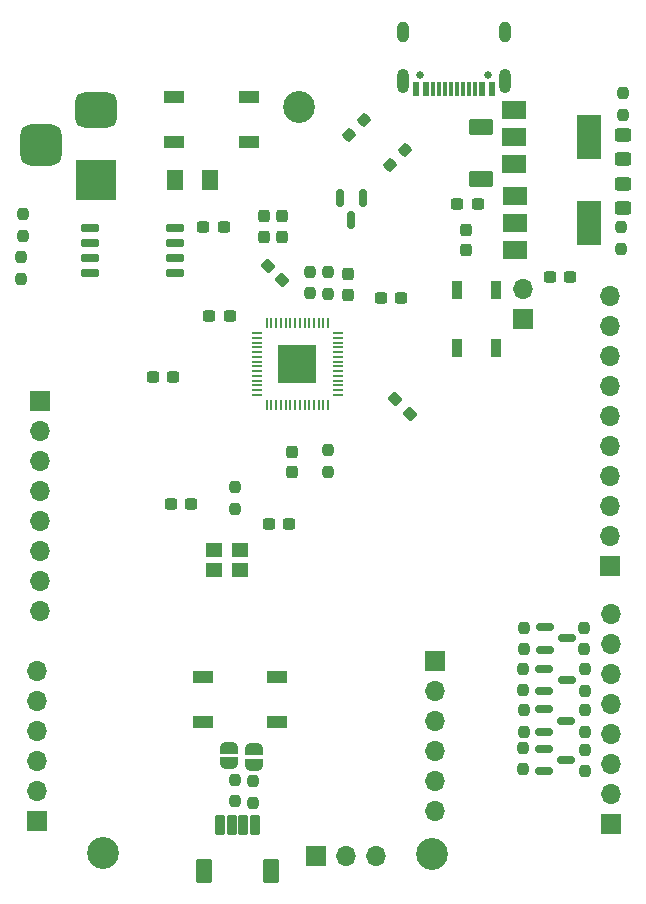
<source format=gbr>
%TF.GenerationSoftware,KiCad,Pcbnew,7.0.10*%
%TF.CreationDate,2024-02-09T23:31:33+05:30*%
%TF.ProjectId,rp2040-basic-m1,72703230-3430-42d6-9261-7369632d6d31,V2.2.1*%
%TF.SameCoordinates,Original*%
%TF.FileFunction,Soldermask,Top*%
%TF.FilePolarity,Negative*%
%FSLAX46Y46*%
G04 Gerber Fmt 4.6, Leading zero omitted, Abs format (unit mm)*
G04 Created by KiCad (PCBNEW 7.0.10) date 2024-02-09 23:31:33*
%MOMM*%
%LPD*%
G01*
G04 APERTURE LIST*
G04 Aperture macros list*
%AMRoundRect*
0 Rectangle with rounded corners*
0 $1 Rounding radius*
0 $2 $3 $4 $5 $6 $7 $8 $9 X,Y pos of 4 corners*
0 Add a 4 corners polygon primitive as box body*
4,1,4,$2,$3,$4,$5,$6,$7,$8,$9,$2,$3,0*
0 Add four circle primitives for the rounded corners*
1,1,$1+$1,$2,$3*
1,1,$1+$1,$4,$5*
1,1,$1+$1,$6,$7*
1,1,$1+$1,$8,$9*
0 Add four rect primitives between the rounded corners*
20,1,$1+$1,$2,$3,$4,$5,0*
20,1,$1+$1,$4,$5,$6,$7,0*
20,1,$1+$1,$6,$7,$8,$9,0*
20,1,$1+$1,$8,$9,$2,$3,0*%
%AMFreePoly0*
4,1,19,0.500000,-0.750000,0.000000,-0.750000,0.000000,-0.744911,-0.071157,-0.744911,-0.207708,-0.704816,-0.327430,-0.627875,-0.420627,-0.520320,-0.479746,-0.390866,-0.500000,-0.250000,-0.500000,0.250000,-0.479746,0.390866,-0.420627,0.520320,-0.327430,0.627875,-0.207708,0.704816,-0.071157,0.744911,0.000000,0.744911,0.000000,0.750000,0.500000,0.750000,0.500000,-0.750000,0.500000,-0.750000,
$1*%
%AMFreePoly1*
4,1,19,0.000000,0.744911,0.071157,0.744911,0.207708,0.704816,0.327430,0.627875,0.420627,0.520320,0.479746,0.390866,0.500000,0.250000,0.500000,-0.250000,0.479746,-0.390866,0.420627,-0.520320,0.327430,-0.627875,0.207708,-0.704816,0.071157,-0.744911,0.000000,-0.744911,0.000000,-0.750000,-0.500000,-0.750000,-0.500000,0.750000,0.000000,0.750000,0.000000,0.744911,0.000000,0.744911,
$1*%
G04 Aperture macros list end*
%ADD10R,1.700000X1.000000*%
%ADD11RoundRect,0.237500X0.300000X0.237500X-0.300000X0.237500X-0.300000X-0.237500X0.300000X-0.237500X0*%
%ADD12R,2.000000X1.500000*%
%ADD13R,2.000000X3.800000*%
%ADD14R,1.700000X1.700000*%
%ADD15O,1.700000X1.700000*%
%ADD16C,2.700000*%
%ADD17RoundRect,0.237500X-0.237500X0.250000X-0.237500X-0.250000X0.237500X-0.250000X0.237500X0.250000X0*%
%ADD18RoundRect,0.150000X-0.587500X-0.150000X0.587500X-0.150000X0.587500X0.150000X-0.587500X0.150000X0*%
%ADD19RoundRect,0.237500X0.380070X-0.044194X-0.044194X0.380070X-0.380070X0.044194X0.044194X-0.380070X0*%
%ADD20RoundRect,0.237500X0.237500X-0.250000X0.237500X0.250000X-0.237500X0.250000X-0.237500X-0.250000X0*%
%ADD21RoundRect,0.237500X-0.300000X-0.237500X0.300000X-0.237500X0.300000X0.237500X-0.300000X0.237500X0*%
%ADD22RoundRect,0.150000X-0.150000X0.587500X-0.150000X-0.587500X0.150000X-0.587500X0.150000X0.587500X0*%
%ADD23R,1.400000X1.200000*%
%ADD24RoundRect,0.250001X-0.462499X-0.624999X0.462499X-0.624999X0.462499X0.624999X-0.462499X0.624999X0*%
%ADD25RoundRect,0.237500X0.237500X-0.300000X0.237500X0.300000X-0.237500X0.300000X-0.237500X-0.300000X0*%
%ADD26RoundRect,0.237500X-0.380070X0.044194X0.044194X-0.380070X0.380070X-0.044194X-0.044194X0.380070X0*%
%ADD27FreePoly0,90.000000*%
%ADD28FreePoly1,90.000000*%
%ADD29RoundRect,0.102000X-0.300000X-0.775000X0.300000X-0.775000X0.300000X0.775000X-0.300000X0.775000X0*%
%ADD30RoundRect,0.102000X0.600000X0.900000X-0.600000X0.900000X-0.600000X-0.900000X0.600000X-0.900000X0*%
%ADD31RoundRect,0.250000X0.450000X-0.325000X0.450000X0.325000X-0.450000X0.325000X-0.450000X-0.325000X0*%
%ADD32RoundRect,0.237500X0.008839X0.344715X-0.344715X-0.008839X-0.008839X-0.344715X0.344715X0.008839X0*%
%ADD33RoundRect,0.050000X-0.387500X-0.050000X0.387500X-0.050000X0.387500X0.050000X-0.387500X0.050000X0*%
%ADD34RoundRect,0.050000X-0.050000X-0.387500X0.050000X-0.387500X0.050000X0.387500X-0.050000X0.387500X0*%
%ADD35R,3.200000X3.200000*%
%ADD36C,0.650000*%
%ADD37R,0.600000X1.240000*%
%ADD38R,0.300000X1.240000*%
%ADD39O,1.000000X2.100000*%
%ADD40O,1.000000X1.800000*%
%ADD41RoundRect,0.237500X-0.237500X0.300000X-0.237500X-0.300000X0.237500X-0.300000X0.237500X0.300000X0*%
%ADD42RoundRect,0.250000X-0.450000X0.325000X-0.450000X-0.325000X0.450000X-0.325000X0.450000X0.325000X0*%
%ADD43RoundRect,0.150000X-0.650000X-0.150000X0.650000X-0.150000X0.650000X0.150000X-0.650000X0.150000X0*%
%ADD44R,0.900000X1.500000*%
%ADD45R,3.500000X3.500000*%
%ADD46RoundRect,0.750000X-1.000000X0.750000X-1.000000X-0.750000X1.000000X-0.750000X1.000000X0.750000X0*%
%ADD47RoundRect,0.875000X-0.875000X0.875000X-0.875000X-0.875000X0.875000X-0.875000X0.875000X0.875000X0*%
%ADD48RoundRect,0.250000X0.800000X-0.450000X0.800000X0.450000X-0.800000X0.450000X-0.800000X-0.450000X0*%
G04 APERTURE END LIST*
D10*
%TO.C,SW2*%
X85800000Y-23910500D03*
X92100000Y-23910500D03*
X85800000Y-27710500D03*
X92100000Y-27710500D03*
%TD*%
D11*
%TO.C,C6*%
X85692500Y-47640000D03*
X83967500Y-47640000D03*
%TD*%
D12*
%TO.C,U2*%
X114650000Y-32300000D03*
X114650000Y-34600000D03*
D13*
X120950000Y-34600000D03*
D12*
X114650000Y-36900000D03*
%TD*%
D14*
%TO.C,J7*%
X107850000Y-71680500D03*
D15*
X107850000Y-74220500D03*
X107850000Y-76760500D03*
X107850000Y-79300500D03*
X107850000Y-81840500D03*
X107850000Y-84380500D03*
%TD*%
D16*
%TO.C,REF\u002A\u002A*%
X96370000Y-24760500D03*
%TD*%
D14*
%TO.C,J5*%
X74200000Y-85200000D03*
D15*
X74200000Y-82660000D03*
X74200000Y-80120000D03*
X74200000Y-77580000D03*
X74200000Y-75040000D03*
X74200000Y-72500000D03*
%TD*%
D17*
%TO.C,R20*%
X120580000Y-79187500D03*
X120580000Y-81012500D03*
%TD*%
%TO.C,R8*%
X123630000Y-34957500D03*
X123630000Y-36782500D03*
%TD*%
D14*
%TO.C,J6*%
X74400000Y-49690500D03*
D15*
X74400000Y-52230500D03*
X74400000Y-54770500D03*
X74400000Y-57310500D03*
X74400000Y-59850500D03*
X74400000Y-62390500D03*
X74400000Y-64930500D03*
X74400000Y-67470500D03*
%TD*%
D18*
%TO.C,Q5*%
X117132500Y-72320000D03*
X117132500Y-74220000D03*
X119007500Y-73270000D03*
%TD*%
D19*
%TO.C,C5*%
X94959880Y-39449880D03*
X93740120Y-38230120D03*
%TD*%
D20*
%TO.C,R16*%
X90980000Y-58815000D03*
X90980000Y-56990000D03*
%TD*%
D14*
%TO.C,J3*%
X122720000Y-63620500D03*
D15*
X122720000Y-61080500D03*
X122720000Y-58540500D03*
X122720000Y-56000500D03*
X122720000Y-53460500D03*
X122720000Y-50920500D03*
X122720000Y-48380500D03*
X122720000Y-45840500D03*
X122720000Y-43300500D03*
X122720000Y-40760500D03*
%TD*%
D17*
%TO.C,R21*%
X120560000Y-75857500D03*
X120560000Y-77682500D03*
%TD*%
D11*
%TO.C,C7*%
X90484500Y-42474500D03*
X88759500Y-42474500D03*
%TD*%
D21*
%TO.C,C1*%
X93815000Y-60060000D03*
X95540000Y-60060000D03*
%TD*%
D22*
%TO.C,D3*%
X101748000Y-32471500D03*
X99848000Y-32471500D03*
X100798000Y-34346500D03*
%TD*%
D18*
%TO.C,Q4*%
X117090000Y-75780000D03*
X117090000Y-77680000D03*
X118965000Y-76730000D03*
%TD*%
D23*
%TO.C,Y1*%
X89130000Y-63950000D03*
X91330000Y-63950000D03*
X91330000Y-62250000D03*
X89130000Y-62250000D03*
%TD*%
D24*
%TO.C,F1*%
X85825000Y-30940000D03*
X88800000Y-30940000D03*
%TD*%
D21*
%TO.C,C15*%
X88265000Y-34920000D03*
X89990000Y-34920000D03*
%TD*%
D25*
%TO.C,C3*%
X93364300Y-35752500D03*
X93364300Y-34027500D03*
%TD*%
D20*
%TO.C,R14*%
X115440000Y-70692500D03*
X115440000Y-68867500D03*
%TD*%
D26*
%TO.C,C9*%
X104496120Y-49528620D03*
X105715880Y-50748380D03*
%TD*%
D12*
%TO.C,U4*%
X114600000Y-25000000D03*
X114600000Y-27300000D03*
D13*
X120900000Y-27300000D03*
D12*
X114600000Y-29600000D03*
%TD*%
D20*
%TO.C,R13*%
X115360000Y-74152500D03*
X115360000Y-72327500D03*
%TD*%
D17*
%TO.C,R4*%
X98800000Y-38770000D03*
X98800000Y-40595000D03*
%TD*%
D27*
%TO.C,JP2*%
X92550000Y-80450000D03*
D28*
X92550000Y-79150000D03*
%TD*%
D29*
%TO.C,J2*%
X89650000Y-85555000D03*
X90650000Y-85555000D03*
X91650000Y-85555000D03*
X92650000Y-85555000D03*
D30*
X88350000Y-89430000D03*
X93950000Y-89430000D03*
%TD*%
D25*
%TO.C,C14*%
X110480000Y-36895000D03*
X110480000Y-35170000D03*
%TD*%
D31*
%TO.C,D5*%
X123750000Y-29185500D03*
X123750000Y-27135500D03*
%TD*%
D25*
%TO.C,C12*%
X100520000Y-40652500D03*
X100520000Y-38927500D03*
%TD*%
D32*
%TO.C,R2*%
X105325235Y-28424765D03*
X104034765Y-29715235D03*
%TD*%
D17*
%TO.C,R1*%
X123760000Y-23607500D03*
X123760000Y-25432500D03*
%TD*%
D20*
%TO.C,R11*%
X115290000Y-80835000D03*
X115290000Y-79010000D03*
%TD*%
D14*
%TO.C,J10*%
X115350000Y-42695000D03*
D15*
X115350000Y-40155000D03*
%TD*%
D33*
%TO.C,U1*%
X92788500Y-43938500D03*
X92788500Y-44338500D03*
X92788500Y-44738500D03*
X92788500Y-45138500D03*
X92788500Y-45538500D03*
X92788500Y-45938500D03*
X92788500Y-46338500D03*
X92788500Y-46738500D03*
X92788500Y-47138500D03*
X92788500Y-47538500D03*
X92788500Y-47938500D03*
X92788500Y-48338500D03*
X92788500Y-48738500D03*
X92788500Y-49138500D03*
D34*
X93626000Y-49976000D03*
X94026000Y-49976000D03*
X94426000Y-49976000D03*
X94826000Y-49976000D03*
X95226000Y-49976000D03*
X95626000Y-49976000D03*
X96026000Y-49976000D03*
X96426000Y-49976000D03*
X96826000Y-49976000D03*
X97226000Y-49976000D03*
X97626000Y-49976000D03*
X98026000Y-49976000D03*
X98426000Y-49976000D03*
X98826000Y-49976000D03*
D33*
X99663500Y-49138500D03*
X99663500Y-48738500D03*
X99663500Y-48338500D03*
X99663500Y-47938500D03*
X99663500Y-47538500D03*
X99663500Y-47138500D03*
X99663500Y-46738500D03*
X99663500Y-46338500D03*
X99663500Y-45938500D03*
X99663500Y-45538500D03*
X99663500Y-45138500D03*
X99663500Y-44738500D03*
X99663500Y-44338500D03*
X99663500Y-43938500D03*
D34*
X98826000Y-43101000D03*
X98426000Y-43101000D03*
X98026000Y-43101000D03*
X97626000Y-43101000D03*
X97226000Y-43101000D03*
X96826000Y-43101000D03*
X96426000Y-43101000D03*
X96026000Y-43101000D03*
X95626000Y-43101000D03*
X95226000Y-43101000D03*
X94826000Y-43101000D03*
X94426000Y-43101000D03*
X94026000Y-43101000D03*
X93626000Y-43101000D03*
D35*
X96226000Y-46538500D03*
%TD*%
D18*
%TO.C,Q3*%
X117112500Y-79130000D03*
X117112500Y-81030000D03*
X118987500Y-80080000D03*
%TD*%
D17*
%TO.C,R22*%
X120600000Y-72377500D03*
X120600000Y-74202500D03*
%TD*%
D27*
%TO.C,JP1*%
X90390000Y-80330000D03*
D28*
X90390000Y-79030000D03*
%TD*%
D36*
%TO.C,J1*%
X112365000Y-22090500D03*
X106585000Y-22090500D03*
D37*
X112675000Y-23210500D03*
X111875000Y-23210500D03*
D38*
X110725000Y-23210500D03*
X109725000Y-23210500D03*
X109225000Y-23210500D03*
X108225000Y-23210500D03*
D37*
X107075000Y-23210500D03*
X106275000Y-23210500D03*
X106275000Y-23210500D03*
X107075000Y-23210500D03*
D38*
X107725000Y-23210500D03*
X108725000Y-23210500D03*
X110225000Y-23210500D03*
X111225000Y-23210500D03*
D37*
X111875000Y-23210500D03*
X112675000Y-23210500D03*
D39*
X113795000Y-22610500D03*
D40*
X113795000Y-18410500D03*
D39*
X105155000Y-22610500D03*
D40*
X105155000Y-18410500D03*
%TD*%
D17*
%TO.C,R6*%
X73000000Y-33847500D03*
X73000000Y-35672500D03*
%TD*%
D41*
%TO.C,C11*%
X95790000Y-53980500D03*
X95790000Y-55705500D03*
%TD*%
D17*
%TO.C,R5*%
X97290000Y-38740000D03*
X97290000Y-40565000D03*
%TD*%
D21*
%TO.C,C10*%
X103287500Y-40960500D03*
X105012500Y-40960500D03*
%TD*%
D42*
%TO.C,D4*%
X123750000Y-31285500D03*
X123750000Y-33335500D03*
%TD*%
D43*
%TO.C,U3*%
X78656000Y-34981500D03*
X78656000Y-36251500D03*
X78656000Y-37521500D03*
X78656000Y-38791500D03*
X85856000Y-38791500D03*
X85856000Y-37521500D03*
X85856000Y-36251500D03*
X85856000Y-34981500D03*
%TD*%
D10*
%TO.C,SW1*%
X88230000Y-73030000D03*
X94530000Y-73030000D03*
X88230000Y-76830000D03*
X94530000Y-76830000D03*
%TD*%
D18*
%TO.C,Q6*%
X117152500Y-68820000D03*
X117152500Y-70720000D03*
X119027500Y-69770000D03*
%TD*%
D20*
%TO.C,R12*%
X115380000Y-77652500D03*
X115380000Y-75827500D03*
%TD*%
D44*
%TO.C,D2*%
X113050000Y-40310000D03*
X109750000Y-40310000D03*
X109750000Y-45210000D03*
X113050000Y-45210000D03*
%TD*%
D17*
%TO.C,R23*%
X120450000Y-68857500D03*
X120450000Y-70682500D03*
%TD*%
D14*
%TO.C,J4*%
X122775000Y-85480000D03*
D15*
X122775000Y-82940000D03*
X122775000Y-80400000D03*
X122775000Y-77860000D03*
X122775000Y-75320000D03*
X122775000Y-72780000D03*
X122775000Y-70240000D03*
X122775000Y-67700000D03*
%TD*%
D25*
%TO.C,C4*%
X94888300Y-35752500D03*
X94888300Y-34027500D03*
%TD*%
D20*
%TO.C,R33*%
X98830000Y-55675000D03*
X98830000Y-53850000D03*
%TD*%
D45*
%TO.C,J9*%
X79198000Y-30992500D03*
D46*
X79198000Y-24992500D03*
D47*
X74498000Y-27992500D03*
%TD*%
D11*
%TO.C,C2*%
X87215000Y-58400000D03*
X85490000Y-58400000D03*
%TD*%
D14*
%TO.C,J8*%
X97820000Y-88200000D03*
D15*
X100360000Y-88200000D03*
X102900000Y-88200000D03*
%TD*%
D11*
%TO.C,C13*%
X111485000Y-33030000D03*
X109760000Y-33030000D03*
%TD*%
D32*
%TO.C,R3*%
X101885235Y-25834765D03*
X100594765Y-27125235D03*
%TD*%
D16*
%TO.C,REF\u002A\u002A*%
X107630000Y-88050500D03*
%TD*%
D21*
%TO.C,C8*%
X117587500Y-39210500D03*
X119312500Y-39210500D03*
%TD*%
D16*
%TO.C,REF\u002A\u002A*%
X79800000Y-87950000D03*
%TD*%
D20*
%TO.C,R15*%
X92460000Y-83662500D03*
X92460000Y-81837500D03*
%TD*%
%TO.C,R7*%
X72820000Y-39342500D03*
X72820000Y-37517500D03*
%TD*%
%TO.C,R17*%
X90960000Y-83562500D03*
X90960000Y-81737500D03*
%TD*%
D48*
%TO.C,D1*%
X111800000Y-30900000D03*
X111800000Y-26500000D03*
%TD*%
M02*

</source>
